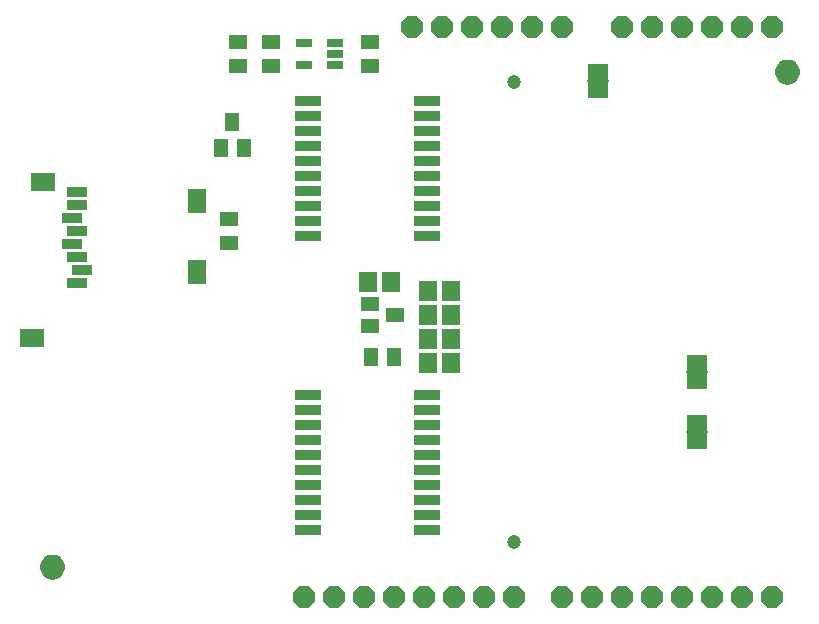
<source format=gbr>
G04 EAGLE Gerber RS-274X export*
G75*
%MOMM*%
%FSLAX34Y34*%
%LPD*%
%INSoldermask Top*%
%IPPOS*%
%AMOC8*
5,1,8,0,0,1.08239X$1,22.5*%
G01*
%ADD10P,2.034460X8X22.500000*%
%ADD11R,2.103200X1.603200*%
%ADD12R,1.603200X2.003200*%
%ADD13R,1.703200X0.903200*%
%ADD14C,1.203200*%
%ADD15R,1.503200X1.703200*%
%ADD16R,1.603200X1.203200*%
%ADD17R,2.235200X0.863600*%
%ADD18R,1.403200X0.753200*%
%ADD19R,1.603200X1.303200*%
%ADD20R,1.303200X1.603200*%
%ADD21R,1.803400X1.371600*%
%ADD22R,1.828800X0.152400*%
%ADD23R,1.203200X1.603200*%

G36*
X664732Y459420D02*
X664732Y459420D01*
X664775Y459432D01*
X664841Y459439D01*
X666524Y459890D01*
X666565Y459909D01*
X666628Y459928D01*
X668208Y460665D01*
X668245Y460691D01*
X668304Y460720D01*
X669732Y461720D01*
X669763Y461752D01*
X669816Y461791D01*
X671049Y463024D01*
X671074Y463060D01*
X671120Y463108D01*
X672120Y464536D01*
X672138Y464577D01*
X672175Y464632D01*
X672912Y466212D01*
X672923Y466255D01*
X672950Y466316D01*
X673401Y467999D01*
X673403Y468031D01*
X673410Y468052D01*
X673410Y468067D01*
X673420Y468108D01*
X673572Y469845D01*
X673568Y469889D01*
X673572Y469955D01*
X673420Y471692D01*
X673408Y471735D01*
X673401Y471801D01*
X672950Y473484D01*
X672931Y473525D01*
X672912Y473588D01*
X672175Y475168D01*
X672149Y475205D01*
X672120Y475264D01*
X671120Y476692D01*
X671088Y476723D01*
X671049Y476776D01*
X669816Y478009D01*
X669780Y478034D01*
X669732Y478080D01*
X668304Y479080D01*
X668263Y479098D01*
X668208Y479135D01*
X666628Y479872D01*
X666585Y479883D01*
X666524Y479910D01*
X664841Y480361D01*
X664796Y480364D01*
X664732Y480380D01*
X662995Y480532D01*
X662951Y480528D01*
X662885Y480532D01*
X661148Y480380D01*
X661105Y480368D01*
X661039Y480361D01*
X659356Y479910D01*
X659315Y479891D01*
X659252Y479872D01*
X657672Y479135D01*
X657635Y479109D01*
X657576Y479080D01*
X656148Y478080D01*
X656117Y478048D01*
X656064Y478009D01*
X654831Y476776D01*
X654806Y476740D01*
X654760Y476692D01*
X653760Y475264D01*
X653742Y475223D01*
X653705Y475168D01*
X652968Y473588D01*
X652957Y473545D01*
X652930Y473484D01*
X652479Y471801D01*
X652476Y471756D01*
X652460Y471692D01*
X652308Y469955D01*
X652312Y469911D01*
X652308Y469845D01*
X652460Y468108D01*
X652472Y468065D01*
X652476Y468031D01*
X652476Y468015D01*
X652478Y468010D01*
X652479Y467999D01*
X652930Y466316D01*
X652949Y466275D01*
X652968Y466212D01*
X653705Y464632D01*
X653731Y464595D01*
X653760Y464536D01*
X654760Y463108D01*
X654792Y463077D01*
X654831Y463024D01*
X656064Y461791D01*
X656100Y461766D01*
X656148Y461720D01*
X657576Y460720D01*
X657617Y460702D01*
X657672Y460665D01*
X659252Y459928D01*
X659295Y459917D01*
X659356Y459890D01*
X661039Y459439D01*
X661084Y459436D01*
X661148Y459420D01*
X662885Y459268D01*
X662929Y459272D01*
X662995Y459268D01*
X664732Y459420D01*
G37*
G36*
X42432Y40320D02*
X42432Y40320D01*
X42475Y40332D01*
X42541Y40339D01*
X44224Y40790D01*
X44265Y40809D01*
X44328Y40828D01*
X45908Y41565D01*
X45945Y41591D01*
X46004Y41620D01*
X47432Y42620D01*
X47463Y42652D01*
X47516Y42691D01*
X48749Y43924D01*
X48774Y43960D01*
X48820Y44008D01*
X49820Y45436D01*
X49838Y45477D01*
X49875Y45532D01*
X50612Y47112D01*
X50623Y47155D01*
X50650Y47216D01*
X51101Y48899D01*
X51103Y48931D01*
X51110Y48952D01*
X51110Y48967D01*
X51120Y49008D01*
X51272Y50745D01*
X51268Y50789D01*
X51272Y50855D01*
X51120Y52592D01*
X51108Y52635D01*
X51101Y52701D01*
X50650Y54384D01*
X50631Y54425D01*
X50612Y54488D01*
X49875Y56068D01*
X49849Y56105D01*
X49820Y56164D01*
X48820Y57592D01*
X48788Y57623D01*
X48749Y57676D01*
X47516Y58909D01*
X47480Y58934D01*
X47432Y58980D01*
X46004Y59980D01*
X45963Y59998D01*
X45908Y60035D01*
X44328Y60772D01*
X44285Y60783D01*
X44224Y60810D01*
X42541Y61261D01*
X42496Y61264D01*
X42432Y61280D01*
X40695Y61432D01*
X40651Y61428D01*
X40585Y61432D01*
X38848Y61280D01*
X38805Y61268D01*
X38739Y61261D01*
X37056Y60810D01*
X37015Y60791D01*
X36952Y60772D01*
X35372Y60035D01*
X35335Y60009D01*
X35276Y59980D01*
X33848Y58980D01*
X33817Y58948D01*
X33764Y58909D01*
X32531Y57676D01*
X32506Y57640D01*
X32460Y57592D01*
X31460Y56164D01*
X31442Y56123D01*
X31405Y56068D01*
X30668Y54488D01*
X30657Y54445D01*
X30630Y54384D01*
X30179Y52701D01*
X30176Y52656D01*
X30160Y52592D01*
X30008Y50855D01*
X30012Y50811D01*
X30008Y50745D01*
X30160Y49008D01*
X30172Y48965D01*
X30176Y48931D01*
X30176Y48915D01*
X30178Y48910D01*
X30179Y48899D01*
X30630Y47216D01*
X30649Y47175D01*
X30668Y47112D01*
X31405Y45532D01*
X31431Y45495D01*
X31460Y45436D01*
X32460Y44008D01*
X32492Y43977D01*
X32531Y43924D01*
X33764Y42691D01*
X33800Y42666D01*
X33848Y42620D01*
X35276Y41620D01*
X35317Y41602D01*
X35372Y41565D01*
X36952Y40828D01*
X36995Y40817D01*
X37056Y40790D01*
X38739Y40339D01*
X38784Y40336D01*
X38848Y40320D01*
X40585Y40168D01*
X40629Y40172D01*
X40695Y40168D01*
X42432Y40320D01*
G37*
D10*
X548640Y25400D03*
X523240Y508000D03*
X574040Y25400D03*
X599440Y25400D03*
X624840Y25400D03*
X650240Y25400D03*
X523240Y25400D03*
X497840Y25400D03*
X472440Y25400D03*
X431800Y25400D03*
X406400Y25400D03*
X381000Y25400D03*
X355600Y25400D03*
X330200Y25400D03*
X304800Y25400D03*
X279400Y25400D03*
X254000Y25400D03*
X548640Y508000D03*
X574040Y508000D03*
X599440Y508000D03*
X624840Y508000D03*
X650240Y508000D03*
X472440Y508000D03*
X447040Y508000D03*
X421640Y508000D03*
X396240Y508000D03*
X370840Y508000D03*
X345440Y508000D03*
D11*
X32240Y377000D03*
X23240Y245000D03*
D12*
X163240Y361000D03*
X163240Y301000D03*
D13*
X61240Y368000D03*
X61240Y357000D03*
X57240Y346000D03*
X61240Y335000D03*
X57240Y324000D03*
X61240Y313000D03*
X65240Y302000D03*
X61240Y291000D03*
D14*
X431040Y461700D03*
X431040Y71700D03*
D15*
X358800Y284480D03*
X377800Y284480D03*
X358800Y264160D03*
X377800Y264160D03*
X358800Y243840D03*
X377800Y243840D03*
X358800Y223520D03*
X377800Y223520D03*
D16*
X331040Y264160D03*
X309040Y254660D03*
X309040Y273660D03*
D15*
X327000Y292100D03*
X308000Y292100D03*
D17*
X257048Y196850D03*
X257048Y184150D03*
X257048Y171450D03*
X257048Y158750D03*
X257048Y146050D03*
X257048Y133350D03*
X257048Y120650D03*
X257048Y107950D03*
X357632Y107950D03*
X357632Y120650D03*
X357632Y133350D03*
X357632Y146050D03*
X357632Y158750D03*
X357632Y171450D03*
X357632Y184150D03*
X357632Y196850D03*
X257048Y95250D03*
X257048Y82550D03*
X357632Y95250D03*
X357632Y82550D03*
X257048Y445770D03*
X257048Y433070D03*
X257048Y420370D03*
X257048Y407670D03*
X257048Y394970D03*
X257048Y382270D03*
X257048Y369570D03*
X257048Y356870D03*
X357632Y356870D03*
X357632Y369570D03*
X357632Y382270D03*
X357632Y394970D03*
X357632Y407670D03*
X357632Y420370D03*
X357632Y433070D03*
X357632Y445770D03*
X257048Y344170D03*
X257048Y331470D03*
X357632Y344170D03*
X357632Y331470D03*
D18*
X279700Y475640D03*
X279700Y485140D03*
X279700Y494640D03*
X253700Y494640D03*
X253700Y475640D03*
D19*
X226060Y475140D03*
X226060Y495140D03*
D20*
X330040Y228600D03*
X310040Y228600D03*
D19*
X190500Y325280D03*
X190500Y345280D03*
X198120Y475140D03*
X198120Y495140D03*
X309880Y475140D03*
X309880Y495140D03*
D21*
X586740Y223520D03*
X586740Y208280D03*
D22*
X586740Y215900D03*
D21*
X586740Y172720D03*
X586740Y157480D03*
D22*
X586740Y165100D03*
D23*
X193040Y427560D03*
X202540Y405560D03*
X183540Y405560D03*
D21*
X502920Y454660D03*
X502920Y469900D03*
D22*
X502920Y462280D03*
M02*

</source>
